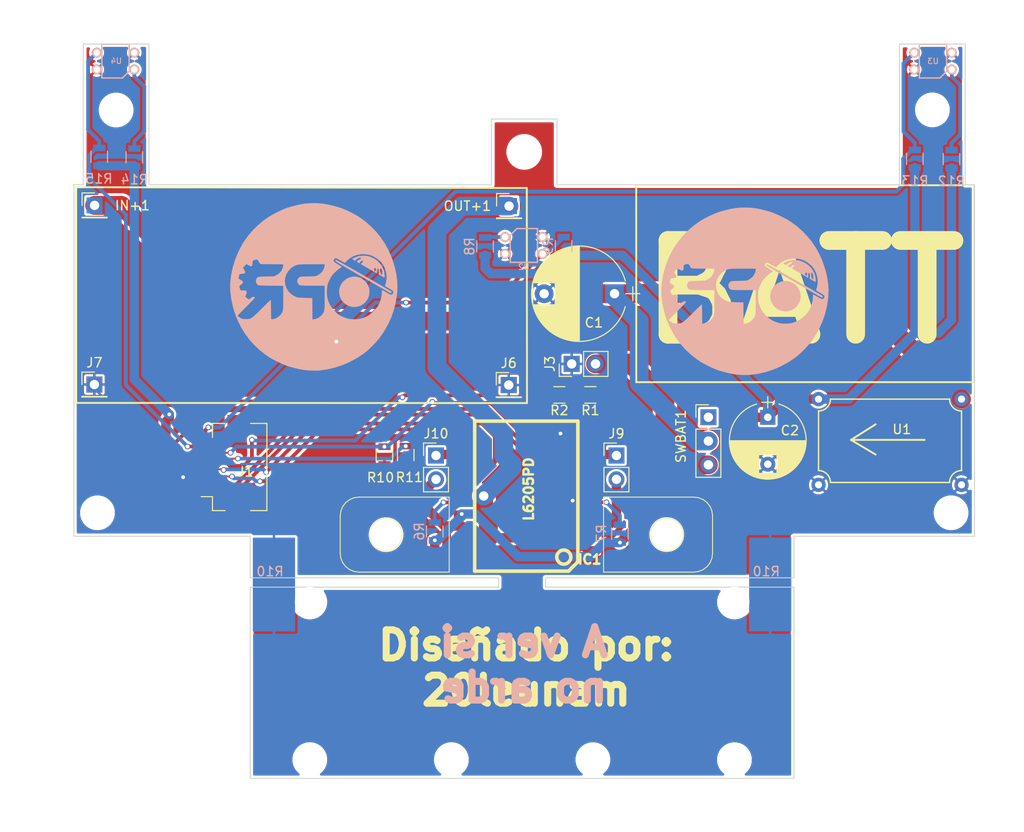
<source format=kicad_pcb>
(kicad_pcb (version 4) (host pcbnew 4.0.7)
  (layers (0 F.Cu signal) (31 B.Cu signal) (34 B.Paste user) (35 F.Paste user) (36 B.SilkS user) (37 F.SilkS user) (38 B.Mask user) (39 F.Mask user) (44 Edge.Cuts user))
  (net 0 "")
  (net 1 GND)
  (net 2 +5V)
  (net 3 /Scentr)
  (net 4 /Sizq)
  (net 5 /CurrentA)
  (net 6 /CurrentB)
  (net 7 /AnalogBat)
  (net 8 /Sder)
  (net 9 "Net-(C1-Pad1)")
  (net 10 "Net-(IC1-Pad19)")
  (net 11 "Net-(IC1-Pad3)")
  (net 12 "Net-(IC1-Pad5)")
  (net 13 "Net-(IC1-Pad9)")
  (net 14 "Net-(IC1-Pad12)")
  (net 15 "Net-(IC1-Pad16)")
  (net 16 "Net-(IC1-Pad18)")
  (net 17 "Net-(J3-Pad2)")
  (net 18 "Net-(R8-Pad1)")
  (net 19 "Net-(R12-Pad1)")
  (net 20 "Net-(R14-Pad1)")
  (net 21 "Net-(IC1-Pad4)")
  (net 22 /PWM1A)
  (net 23 /PWM2A)
  (net 24 /PWM1B)
  (net 25 /PWM2B)
  (net 26 "Net-(SWBAT1-Pad1)")
  (module Resistors_SMD:R_0805 (layer B.Cu) (at 176.34712 113.97488 270)
    (fp_text reference R10 (at -2.3368 0.41656 540) (layer B.SilkS) (effects (justify mirror)))
    (fp_text value R)
    (pad 1 smd rect (at -0.95 0 270) (size 10 4.5) (layers B.Cu B.Paste B.Mask) (net 1 GND))
  )
  (module Resistors_SMD:R_0805 (layer B.Cu) (at 123.45416 113.97996 270)
    (fp_text reference R10 (at -2.3368 0.41656 540) (layer B.SilkS) (effects (justify mirror)))
    (fp_text value R)
    (pad 1 smd rect (at -0.95 0 270) (size 10 4.5) (layers B.Cu B.Paste B.Mask) (net 1 GND))
  )
  (module Mounting_Holes:MountingHole_3.2mm_M3_ISO14580 (layer F.Cu) (at 195.62572 105.37952)
    (fp_text reference "" (at 0 -3.75) (layer F.SilkS))
    (fp_text value MountingHole_3.2mm_M3_ISO14580)
    (pad 1 np_thru_hole circle (at 0 0) (size 3.2 3.2) (drill 3.2) (layers *.Cu *.Mask))
  )
  (module Mounting_Holes:MountingHole_3.2mm_M3_ISO14580 (layer F.Cu) (at 104.64292 105.3846)
    (fp_text reference "" (at 0 -3.75) (layer F.SilkS))
    (fp_text value MountingHole_3.2mm_M3_ISO14580)
    (pad 1 np_thru_hole circle (at 0 0) (size 3.2 3.2) (drill 3.2) (layers *.Cu *.Mask))
  )
  (module "Librerias manu:opr_circulo_18x18" (layer B.Cu) (at 127.70104 81.26984 180)
    (fp_text reference G*** hide)
    (fp_text value LOGO hide)
  )
  (module Resistors_SMD:R_0805 (layer F.Cu) (at 135.2296 99.28352 90)
    (fp_text reference R10 (at -2.3368 -0.41656 180) (layer F.SilkS))
    (fp_text value R)
    (pad 1 smd rect (at -0.95 0 90) (size 0.7 1.3) (layers F.Cu F.Paste F.Mask) (net 1 GND))
    (pad 2 smd rect (at 0.95 0 90) (size 0.7 1.3) (layers F.Cu F.Paste F.Mask) (net 5 /CurrentA))
  )
  (module Mounting_Holes:MountingHole_3.2mm_M3_ISO14580 (layer F.Cu) (at 127.27432 131.70916)
    (fp_text reference "" (at 0 -3.75) (layer F.SilkS))
    (fp_text value MountingHole_3.2mm_M3_ISO14580)
    (pad 1 np_thru_hole circle (at 0 0) (size 3.2 3.2) (drill 3.2) (layers *.Cu *.Mask))
  )
  (module Mounting_Holes:MountingHole_3.2mm_M3_ISO14580 (layer F.Cu) (at 142.36192 131.70916)
    (fp_text reference "" (at 0 -3.75) (layer F.SilkS))
    (fp_text value MountingHole_3.2mm_M3_ISO14580)
    (pad 1 np_thru_hole circle (at 0 0) (size 3.2 3.2) (drill 3.2) (layers *.Cu *.Mask))
  )
  (module Mounting_Holes:MountingHole_3.2mm_M3_ISO14580 (layer F.Cu) (at 157.44952 131.71424)
    (fp_text reference "" (at 0 -3.75) (layer F.SilkS))
    (fp_text value MountingHole_3.2mm_M3_ISO14580)
    (pad 1 np_thru_hole circle (at 0 0) (size 3.2 3.2) (drill 3.2) (layers *.Cu *.Mask))
  )
  (module Mounting_Holes:MountingHole_3.2mm_M3_ISO14580 (layer F.Cu) (at 172.53712 131.71424)
    (fp_text reference "" (at 0 -3.75) (layer F.SilkS))
    (fp_text value MountingHole_3.2mm_M3_ISO14580)
    (pad 1 np_thru_hole circle (at 0 0) (size 3.2 3.2) (drill 3.2) (layers *.Cu *.Mask))
  )
  (module Mounting_Holes:MountingHole_3.2mm_M3_ISO14580 (layer F.Cu) (at 172.53712 114.89436)
    (fp_text reference "" (at 0 -3.75) (layer F.SilkS))
    (fp_text value MountingHole_3.2mm_M3_ISO14580)
    (pad 1 np_thru_hole circle (at 0 0) (size 3.2 3.2) (drill 3.2) (layers *.Cu *.Mask))
  )
  (module Mounting_Holes:MountingHole_3.2mm_M3_ISO14580 (layer F.Cu) (at 127.2794 114.89944)
    (fp_text reference "" (at 0 -3.75) (layer F.SilkS))
    (fp_text value MountingHole_3.2mm_M3_ISO14580)
    (pad 1 np_thru_hole circle (at 0 0) (size 3.2 3.2) (drill 3.2) (layers *.Cu *.Mask))
  )
  (module Mounting_Holes:MountingHole_3.2mm_M3_ISO14580 (layer F.Cu) (at 165.31844 107.70616)
    (fp_text reference "" (at 0 -3.75) (layer F.SilkS))
    (fp_text value MountingHole_3.2mm_M3_ISO14580)
    (pad 1 np_thru_hole circle (at 0 0) (size 3.2 3.2) (drill 3.2) (layers *.Cu *.Mask))
  )
  (module Mounting_Holes:MountingHole_3.2mm_M3_ISO14580 (layer F.Cu) (at 135.40232 107.71632)
    (fp_text reference "" (at 0 -3.75) (layer F.SilkS))
    (fp_text value MountingHole_3.2mm_M3_ISO14580)
    (pad 1 np_thru_hole circle (at 0 0) (size 3.2 3.2) (drill 3.2) (layers *.Cu *.Mask))
  )
  (module Mounting_Holes:MountingHole_3.2mm_M3_ISO14580 (layer F.Cu) (at 150.12924 66.89344)
    (fp_text reference "" (at 0 -3.75) (layer F.SilkS))
    (fp_text value MountingHole_3.2mm_M3_ISO14580)
    (pad 1 np_thru_hole circle (at 0 0) (size 3.2 3.2) (drill 3.2) (layers *.Cu *.Mask))
  )
  (module Mounting_Holes:MountingHole_3.2mm_M3_ISO14580 (layer F.Cu) (at 193.63436 62.41288)
    (fp_text reference "" (at 0 -3.75) (layer F.SilkS))
    (fp_text value MountingHole_3.2mm_M3_ISO14580)
    (pad 1 np_thru_hole circle (at 0 0) (size 3.2 3.2) (drill 3.2) (layers *.Cu *.Mask))
  )
  (module Capacitors_THT:CP_Radial_D10.0mm_P7.50mm (layer F.Cu) (at 159.75076 82.0166 180)
    (fp_text reference C1 (at 2.19456 -3.09372 180) (layer F.SilkS))
    (fp_text value CP1)
    (pad 1 thru_hole rect (at 0 0 180) (size 2 2) (drill 1) (layers *.Cu *.Mask) (net 9 "Net-(C1-Pad1)"))
    (pad 2 thru_hole circle (at 7.5 0 180) (size 2 2) (drill 1) (layers *.Cu *.Mask) (net 1 GND))
  )
  (module Capacitors_THT:CP_Radial_D8.0mm_P5.00mm (layer F.Cu) (at 176.08804 95.1992 270)
    (fp_text reference C2 (at 1.40716 -2.35712 360) (layer F.SilkS))
    (fp_text value CP1)
    (pad 1 thru_hole rect (at 0 0 270) (size 1.6 1.6) (drill 0.8) (layers *.Cu *.Mask) (net 2 +5V))
    (pad 2 thru_hole circle (at 5 0 270) (size 1.6 1.6) (drill 0.8) (layers *.Cu *.Mask) (net 1 GND))
  )
  (module footprints:POWERSO20 (layer F.Cu) (at 150.34768 103.6066 90)
    (fp_text reference IC1 (at -6.75 6.75 180) (layer F.SilkS) (effects (font (size 1.016 1.016) (thickness 0.254))))
    (fp_text value L6205PD (at 0.75184 0.25908 90) (layer F.SilkS) (effects (font (size 1.016 1.016) (thickness 0.254))))
    (pad 1 smd rect (at -5.715 6.88 90) (size 0.76 1.7) (layers F.Cu F.Paste F.Mask) (net 1 GND) (clearance 0.05))
    (pad 2 smd rect (at -4.445 6.88 90) (size 0.76 1.7) (layers F.Cu F.Paste F.Mask) (net 10 "Net-(IC1-Pad19)") (clearance 0.05))
    (pad 3 smd rect (at -3.175 6.88 90) (size 0.76 1.7) (layers F.Cu F.Paste F.Mask) (net 11 "Net-(IC1-Pad3)") (clearance 0.05))
    (pad 4 smd rect (at -1.905 6.88 90) (size 0.76 1.7) (layers F.Cu F.Paste F.Mask) (net 21 "Net-(IC1-Pad4)") (clearance 0.05))
    (pad 5 smd rect (at -0.635 6.88 90) (size 0.76 1.7) (layers F.Cu F.Paste F.Mask) (net 12 "Net-(IC1-Pad5)") (clearance 0.05))
    (pad 6 smd rect (at 0.635 6.88 90) (size 0.76 1.7) (layers F.Cu F.Paste F.Mask) (net 22 /PWM1A) (clearance 0.05))
    (pad 7 smd rect (at 1.905 6.88 90) (size 0.76 1.7) (layers F.Cu F.Paste F.Mask) (net 23 /PWM2A) (clearance 0.05))
    (pad 8 smd rect (at 3.175 6.88 90) (size 0.76 1.7) (layers F.Cu F.Paste F.Mask) (net 5 /CurrentA) (clearance 0.05))
    (pad 9 smd rect (at 4.445 6.88 90) (size 0.76 1.7) (layers F.Cu F.Paste F.Mask) (net 13 "Net-(IC1-Pad9)") (clearance 0.05))
    (pad 10 smd rect (at 5.715 6.88 90) (size 0.76 1.7) (layers F.Cu F.Paste F.Mask) (net 1 GND) (clearance 0.05))
    (pad 11 smd rect (at 5.715 -6.88 90) (size 0.76 1.7) (layers F.Cu F.Paste F.Mask) (net 1 GND) (clearance 0.05))
    (pad 12 smd rect (at 4.445 -6.88 90) (size 0.76 1.7) (layers F.Cu F.Paste F.Mask) (net 14 "Net-(IC1-Pad12)") (clearance 0.05))
    (pad 13 smd rect (at 3.175 -6.88 90) (size 0.76 1.7) (layers F.Cu F.Paste F.Mask) (net 6 /CurrentB) (clearance 0.05))
    (pad 14 smd rect (at 1.905 -6.88 90) (size 0.76 1.7) (layers F.Cu F.Paste F.Mask) (net 24 /PWM1B) (clearance 0.05))
    (pad 15 smd rect (at 0.635 -6.88 90) (size 0.76 1.7) (layers F.Cu F.Paste F.Mask) (net 25 /PWM2B) (clearance 0.05))
    (pad 16 smd rect (at -0.635 -6.88 90) (size 0.76 1.7) (layers F.Cu F.Paste F.Mask) (net 15 "Net-(IC1-Pad16)") (clearance 0.05))
    (pad 17 smd rect (at -1.905 -6.88 90) (size 0.76 1.7) (layers F.Cu F.Paste F.Mask) (net 2 +5V) (clearance 0.05))
    (pad 18 smd rect (at -3.175 -6.88 90) (size 0.76 1.7) (layers F.Cu F.Paste F.Mask) (net 16 "Net-(IC1-Pad18)") (clearance 0.05))
    (pad 19 smd rect (at -4.445 -6.88 90) (size 0.76 1.7) (layers F.Cu F.Paste F.Mask) (net 10 "Net-(IC1-Pad19)") (clearance 0.05))
    (pad 20 smd rect (at -5.715 -6.88 90) (size 0.76 1.7) (layers F.Cu F.Paste F.Mask) (net 1 GND) (clearance 0.05))
  )
  (module Pin_Headers:Pin_Header_Straight_1x02_Pitch2.54mm (layer F.Cu) (at 155.18892 89.50452 90)
    (fp_text reference J3 (at 0 -2.33 90) (layer F.SilkS))
    (fp_text value Conn_01x02_Male)
    (pad 1 thru_hole rect (at 0 0 90) (size 1.7 1.7) (drill 1) (layers *.Cu *.Mask) (net 1 GND))
    (pad 2 thru_hole oval (at 0 2.54 90) (size 1.7 1.7) (drill 1) (layers *.Cu *.Mask) (net 17 "Net-(J3-Pad2)"))
  )
  (module Socket_Strips:Socket_Strip_Straight_1x01_Pitch2.54mm (layer F.Cu) (at 104.33304 72.59828)
    (fp_text reference IN+1 (at 4.0386 0.01524) (layer F.SilkS))
    (fp_text value Conn_01x01)
    (pad 1 thru_hole rect (at 0 0) (size 1.7 1.7) (drill 1) (layers *.Cu *.Mask) (net 9 "Net-(C1-Pad1)"))
  )
  (module Socket_Strips:Socket_Strip_Straight_1x01_Pitch2.54mm (layer F.Cu) (at 148.47824 91.75496)
    (fp_text reference J6 (at 0 -2.33) (layer F.SilkS))
    (fp_text value Conn_01x01)
    (pad 1 thru_hole rect (at 0 0) (size 1.7 1.7) (drill 1) (layers *.Cu *.Mask) (net 1 GND))
  )
  (module Socket_Strips:Socket_Strip_Straight_1x01_Pitch2.54mm (layer F.Cu) (at 104.31272 91.70416)
    (fp_text reference J7 (at 0 -2.33) (layer F.SilkS))
    (fp_text value Conn_01x01)
    (pad 1 thru_hole rect (at 0 0) (size 1.7 1.7) (drill 1) (layers *.Cu *.Mask) (net 1 GND))
  )
  (module Socket_Strips:Socket_Strip_Straight_1x01_Pitch2.54mm (layer F.Cu) (at 148.5138 72.6694)
    (fp_text reference OUT+1 (at -4.43992 0) (layer F.SilkS))
    (fp_text value Conn_01x01)
    (pad 1 thru_hole rect (at 0 0) (size 1.7 1.7) (drill 1) (layers *.Cu *.Mask) (net 10 "Net-(IC1-Pad19)"))
  )
  (module Socket_Strips:Socket_Strip_Straight_1x02_Pitch2.54mm (layer F.Cu) (at 159.95904 99.27336)
    (fp_text reference J9 (at 0 -2.33) (layer F.SilkS))
    (fp_text value Conn_01x02_Female)
    (pad 1 thru_hole rect (at 0 0) (size 1.7 1.7) (drill 1) (layers *.Cu *.Mask) (net 13 "Net-(IC1-Pad9)"))
    (pad 2 thru_hole oval (at 0 2.54) (size 1.7 1.7) (drill 1) (layers *.Cu *.Mask) (net 11 "Net-(IC1-Pad3)"))
  )
  (module Socket_Strips:Socket_Strip_Straight_1x02_Pitch2.54mm (layer F.Cu) (at 140.72616 99.27336)
    (fp_text reference J10 (at 0 -2.33) (layer F.SilkS))
    (fp_text value Conn_01x02_Female)
    (pad 1 thru_hole rect (at 0 0) (size 1.7 1.7) (drill 1) (layers *.Cu *.Mask) (net 14 "Net-(IC1-Pad12)"))
    (pad 2 thru_hole oval (at 0 2.54) (size 1.7 1.7) (drill 1) (layers *.Cu *.Mask) (net 16 "Net-(IC1-Pad18)"))
  )
  (module Resistors_SMD:R_0805 (layer F.Cu) (at 157.18028 92.8116 180)
    (fp_text reference R1 (at 0 -1.65 180) (layer F.SilkS))
    (fp_text value R)
    (pad 1 smd rect (at -0.95 0 180) (size 0.7 1.3) (layers F.Cu F.Paste F.Mask) (net 1 GND))
    (pad 2 smd rect (at 0.95 0 180) (size 0.7 1.3) (layers F.Cu F.Paste F.Mask) (net 7 /AnalogBat))
  )
  (module Resistors_SMD:R_0805 (layer F.Cu) (at 153.8732 92.8116 180)
    (fp_text reference R2 (at 0 -1.65 180) (layer F.SilkS))
    (fp_text value R)
    (pad 1 smd rect (at -0.95 0 180) (size 0.7 1.3) (layers F.Cu F.Paste F.Mask) (net 7 /AnalogBat))
    (pad 2 smd rect (at 0.95 0 180) (size 0.7 1.3) (layers F.Cu F.Paste F.Mask) (net 9 "Net-(C1-Pad1)"))
  )
  (module Resistors_SMD:R_0805 (layer B.Cu) (at 140.59408 107.37088 270)
    (fp_text reference R6 (at 0 1.65 270) (layer B.SilkS) (effects (justify mirror)))
    (fp_text value R)
    (pad 1 smd rect (at -0.95 0 270) (size 0.7 1.3) (layers B.Cu B.Paste B.Mask) (net 15 "Net-(IC1-Pad16)"))
    (pad 2 smd rect (at 0.95 0 270) (size 0.7 1.3) (layers B.Cu B.Paste B.Mask) (net 2 +5V))
  )
  (module Resistors_SMD:R_0805 (layer B.Cu) (at 160.32988 107.60964 270)
    (fp_text reference R7 (at -0.0254 1.97104 270) (layer B.SilkS) (effects (justify mirror)))
    (fp_text value R)
    (pad 1 smd rect (at -0.95 0 270) (size 0.7 1.3) (layers B.Cu B.Paste B.Mask) (net 12 "Net-(IC1-Pad5)"))
    (pad 2 smd rect (at 0.95 0 270) (size 0.7 1.3) (layers B.Cu B.Paste B.Mask) (net 2 +5V))
  )
  (module Resistors_SMD:R_0805 (layer B.Cu) (at 145.95348 76.97724 270)
    (fp_text reference R8 (at 0 1.65 270) (layer B.SilkS) (effects (justify mirror)))
    (fp_text value R)
    (pad 1 smd rect (at -0.95 0 270) (size 0.7 1.3) (layers B.Cu B.Paste B.Mask) (net 18 "Net-(R8-Pad1)"))
    (pad 2 smd rect (at 0.95 0 270) (size 0.7 1.3) (layers B.Cu B.Paste B.Mask) (net 2 +5V))
  )
  (module Resistors_SMD:R_0805 (layer B.Cu) (at 154.3304 76.94168 270)
    (fp_text reference R9 (at 0 1.65 270) (layer B.SilkS) (effects (justify mirror)))
    (fp_text value R)
    (pad 1 smd rect (at -0.95 0 270) (size 0.7 1.3) (layers B.Cu B.Paste B.Mask) (net 8 /Sder))
    (pad 2 smd rect (at 0.95 0 270) (size 0.7 1.3) (layers B.Cu B.Paste B.Mask) (net 2 +5V))
  )
  (module Resistors_SMD:R_0805 (layer F.Cu) (at 137.50036 99.22256 90)
    (fp_text reference R11 (at -2.37744 0.38608 180) (layer F.SilkS))
    (fp_text value R)
    (pad 1 smd rect (at -0.95 0 90) (size 0.7 1.3) (layers F.Cu F.Paste F.Mask) (net 1 GND))
    (pad 2 smd rect (at 0.95 0 90) (size 0.7 1.3) (layers F.Cu F.Paste F.Mask) (net 6 /CurrentB))
  )
  (module Resistors_SMD:R_0805 (layer B.Cu) (at 195.67144 67.66052 270)
    (fp_text reference R12 (at 2.35712 0.01016 360) (layer B.SilkS) (effects (justify mirror)))
    (fp_text value R)
    (pad 1 smd rect (at -0.95 0 270) (size 0.7 1.3) (layers B.Cu B.Paste B.Mask) (net 19 "Net-(R12-Pad1)"))
    (pad 2 smd rect (at 0.95 0 270) (size 0.7 1.3) (layers B.Cu B.Paste B.Mask) (net 2 +5V))
  )
  (module Resistors_SMD:R_0805 (layer B.Cu) (at 191.75984 67.63008 270)
    (fp_text reference R13 (at 2.35708 -0.01524 360) (layer B.SilkS) (effects (justify mirror)))
    (fp_text value R)
    (pad 1 smd rect (at -0.95 0 270) (size 0.7 1.3) (layers B.Cu B.Paste B.Mask) (net 3 /Scentr))
    (pad 2 smd rect (at 0.95 0 270) (size 0.7 1.3) (layers B.Cu B.Paste B.Mask) (net 2 +5V))
  )
  (module Resistors_SMD:R_0805 (layer B.Cu) (at 108.56976 67.47764 270)
    (fp_text reference R14 (at 2.36728 -0.01524 360) (layer B.SilkS) (effects (justify mirror)))
    (fp_text value R)
    (pad 1 smd rect (at -0.95 0 270) (size 0.7 1.3) (layers B.Cu B.Paste B.Mask) (net 20 "Net-(R14-Pad1)"))
    (pad 2 smd rect (at 0.95 0 270) (size 0.7 1.3) (layers B.Cu B.Paste B.Mask) (net 2 +5V))
  )
  (module Resistors_SMD:R_0805 (layer B.Cu) (at 104.83088 67.41668 270)
    (fp_text reference R15 (at 2.34188 0.03048 540) (layer B.SilkS) (effects (justify mirror)))
    (fp_text value R)
    (pad 1 smd rect (at -0.95 0 270) (size 0.7 1.3) (layers B.Cu B.Paste B.Mask) (net 4 /Sizq))
    (pad 2 smd rect (at 0.95 0 270) (size 0.7 1.3) (layers B.Cu B.Paste B.Mask) (net 2 +5V))
  )
  (module Socket_Strips:Socket_Strip_Straight_1x03_Pitch2.54mm (layer F.Cu) (at 169.75836 95.18904)
    (fp_text reference SWBAT1 (at -2.92608 2.04216 90) (layer F.SilkS))
    (fp_text value SW_DPDT_x2)
    (pad 1 thru_hole rect (at 0 0) (size 1.7 1.7) (drill 1) (layers *.Cu *.Mask) (net 26 "Net-(SWBAT1-Pad1)"))
    (pad 2 thru_hole oval (at 0 2.54) (size 1.7 1.7) (drill 1) (layers *.Cu *.Mask) (net 9 "Net-(C1-Pad1)"))
    (pad 3 thru_hole oval (at 0 5.08) (size 1.7 1.7) (drill 1) (layers *.Cu *.Mask) (net 17 "Net-(J3-Pad2)"))
  )
  (module "Librerias manu:Step_down_chino" (layer F.Cu) (at 196.73824 93.25864 180)
    (fp_text reference U1 (at 6.36016 -3.22072 180) (layer F.SilkS))
    (fp_text value Step_down_chino)
    (pad 1 thru_hole circle (at 0 0 180) (size 1.524 1.524) (drill 0.762) (layers *.Cu *.Mask) (net 9 "Net-(C1-Pad1)"))
    (pad 2 thru_hole circle (at 0 -9.144 180) (size 1.524 1.524) (drill 0.762) (layers *.Cu *.Mask) (net 1 GND))
    (pad 3 thru_hole circle (at 15.24 0 180) (size 1.524 1.524) (drill 0.762) (layers *.Cu *.Mask) (net 2 +5V))
    (pad 4 thru_hole circle (at 15.24 -9.14 180) (size 1.524 1.524) (drill 0.762) (layers *.Cu *.Mask) (net 1 GND))
  )
  (module mods:QRE1113 (layer B.Cu) (at 150.0886 76.87056)
    (fp_text reference U2 (at 0 2.286) (layer B.SilkS) (effects (font (size 0.6 0.6) (thickness 0.1)) (justify mirror)))
    (fp_text value QRE1113)
    (pad 1 thru_hole circle (at -2 -0.9) (size 1.055599 1.055599) (drill 0.7) (layers *.Cu *.Mask B.SilkS) (net 18 "Net-(R8-Pad1)"))
    (pad 2 thru_hole circle (at 2 -0.9) (size 1.055599 1.055599) (drill 0.7) (layers *.Cu *.Mask B.SilkS) (net 1 GND))
    (pad 3 thru_hole circle (at 2 0.9) (size 1.055599 1.055599) (drill 0.7) (layers *.Cu *.Mask B.SilkS) (net 8 /Sder))
    (pad 4 thru_hole circle (at -2 0.9) (size 1.055599 1.055599) (drill 0.7) (layers *.Cu *.Mask B.SilkS) (net 1 GND))
  )
  (module mods:QRE1113 (layer B.Cu) (at 193.69532 57.21096 180)
    (fp_text reference U3 (at -0.01016 -0.00508 180) (layer B.SilkS) (effects (font (size 0.6 0.6) (thickness 0.1)) (justify mirror)))
    (fp_text value QRE1113)
    (pad 1 thru_hole circle (at -2 -0.9 180) (size 1.055599 1.055599) (drill 0.7) (layers *.Cu *.Mask B.SilkS) (net 19 "Net-(R12-Pad1)"))
    (pad 2 thru_hole circle (at 2 -0.9 180) (size 1.055599 1.055599) (drill 0.7) (layers *.Cu *.Mask B.SilkS) (net 1 GND))
    (pad 3 thru_hole circle (at 2 0.9 180) (size 1.055599 1.055599) (drill 0.7) (layers *.Cu *.Mask B.SilkS) (net 3 /Scentr))
    (pad 4 thru_hole circle (at -2 0.9 180) (size 1.055599 1.055599) (drill 0.7) (layers *.Cu *.Mask B.SilkS) (net 1 GND))
  )
  (module mods:QRE1113 (layer B.Cu) (at 106.56824 57.21096 180)
    (fp_text reference U4 (at -0.0762 0.01524 180) (layer B.SilkS) (effects (font (size 0.6 0.6) (thickness 0.1)) (justify mirror)))
    (fp_text value QRE1113)
    (pad 1 thru_hole circle (at -2 -0.9 180) (size 1.055599 1.055599) (drill 0.7) (layers *.Cu *.Mask B.SilkS) (net 20 "Net-(R14-Pad1)"))
    (pad 2 thru_hole circle (at 2 -0.9 180) (size 1.055599 1.055599) (drill 0.7) (layers *.Cu *.Mask B.SilkS) (net 1 GND))
    (pad 3 thru_hole circle (at 2 0.9 180) (size 1.055599 1.055599) (drill 0.7) (layers *.Cu *.Mask B.SilkS) (net 4 /Sizq))
    (pad 4 thru_hole circle (at -2 0.9 180) (size 1.055599 1.055599) (drill 0.7) (layers *.Cu *.Mask B.SilkS) (net 1 GND))
  )
  (module Connector_FFC-FPC:Hirose_FH12-12S-0.5SH_1x12-1MP_P0.50mm_Horizontal (layer F.Cu) (at 118.19936 100.50092 90)
    (fp_text reference J1 (at -0.5098 2.21188 360) (layer F.SilkS))
    (fp_text value Conn_01x12)
    (pad MP smd rect (at 4.65 1.4 90) (size 1.8 2.2) (layers F.Cu F.Paste F.Mask))
    (pad MP smd rect (at -4.65 1.4 90) (size 1.8 2.2) (layers F.Cu F.Paste F.Mask))
    (pad 1 smd rect (at -2.75 -1.85 90) (size 0.3 1.3) (layers F.Cu F.Paste F.Mask) (net 2 +5V))
    (pad 2 smd rect (at -2.25 -1.85 90) (size 0.3 1.3) (layers F.Cu F.Paste F.Mask) (net 1 GND))
    (pad 3 smd rect (at -1.75 -1.85 90) (size 0.3 1.3) (layers F.Cu F.Paste F.Mask) (net 22 /PWM1A))
    (pad 4 smd rect (at -1.25 -1.85 90) (size 0.3 1.3) (layers F.Cu F.Paste F.Mask) (net 23 /PWM2A))
    (pad 5 smd rect (at -0.75 -1.85 90) (size 0.3 1.3) (layers F.Cu F.Paste F.Mask) (net 24 /PWM1B))
    (pad 6 smd rect (at -0.25 -1.85 90) (size 0.3 1.3) (layers F.Cu F.Paste F.Mask) (net 25 /PWM2B))
    (pad 7 smd rect (at 0.25 -1.85 90) (size 0.3 1.3) (layers F.Cu F.Paste F.Mask) (net 7 /AnalogBat))
    (pad 8 smd rect (at 0.75 -1.85 90) (size 0.3 1.3) (layers F.Cu F.Paste F.Mask) (net 6 /CurrentB))
    (pad 9 smd rect (at 1.25 -1.85 90) (size 0.3 1.3) (layers F.Cu F.Paste F.Mask) (net 5 /CurrentA))
    (pad 10 smd rect (at 1.75 -1.85 90) (size 0.3 1.3) (layers F.Cu F.Paste F.Mask) (net 8 /Sder))
    (pad 11 smd rect (at 2.25 -1.85 90) (size 0.3 1.3) (layers F.Cu F.Paste F.Mask) (net 4 /Sizq))
    (pad 12 smd rect (at 2.75 -1.85 90) (size 0.3 1.3) (layers F.Cu F.Paste F.Mask) (net 3 /Scentr))
  )
  (module Mounting_Holes:MountingHole_3.2mm_M3_ISO14580 (layer F.Cu) (at 106.63428 62.42812)
    (fp_text reference "" (at 0 -3.75) (layer F.SilkS))
    (fp_text value MountingHole_3.2mm_M3_ISO14580)
    (pad 1 np_thru_hole circle (at 0 0) (size 3.2 3.2) (drill 3.2) (layers *.Cu *.Mask))
  )
  (module "Librerias manu:opr_circulo_18x18" (layer B.Cu) (at 173.64964 81.7372 180)
    (fp_text reference G*** hide)
    (fp_text value LOGO hide)
  )
  (gr_text "Diseñado por:\n20leunam" (at 150.34768 121.93016) (layer F.SilkS) (effects (font (size 3 3) (thickness 0.75))))
  (gr_text "A ver si\nno arde" (at 150.07336 121.59488) (layer B.SilkS) (effects (font (size 3 3) (thickness 0.75)) (justify mirror)))
  (gr_line (start 187.58408 99.17176) (end 184.95264 97.60712) (layer F.SilkS) (width 0.2))
  (gr_line (start 184.95264 97.60712) (end 187.58408 95.94596) (layer F.SilkS) (width 0.2))
  (gr_line (start 192.80632 97.60712) (end 184.95264 97.60712) (layer F.SilkS) (width 0.2))
  (gr_line (start 130.784926 104.708512) (end 130.585125 105.190874) (layer F.SilkS) (width 0.1))
  (gr_line (start 131.516977 111.440563) (end 131.999339 111.640364) (layer F.SilkS) (width 0.1))
  (gr_line (start 166.980719 107.11354) (end 166.770243 106.708074) (layer F.SilkS) (width 0.1))
  (gr_line (start 135.535798 105.966663) (end 135.981923 106.065025) (layer F.SilkS) (width 0.1))
  (gr_line (start 164.594162 109.295348) (end 165.029699 109.433226) (layer F.SilkS) (width 0.1))
  (gr_line (start 133.740145 107.11354) (end 133.950621 106.708074) (layer F.SilkS) (width 0.1))
  (gr_line (start 133.800114 108.451583) (end 133.662237 108.016046) (layer F.SilkS) (width 0.1))
  (gr_line (start 133.662237 108.016046) (end 133.641782 107.559664) (layer F.SilkS) (width 0.1))
  (gr_line (start 130.516977 109.708512) (end 130.585125 110.22615) (layer F.SilkS) (width 0.1))
  (gr_line (start 131.102763 111.122726) (end 131.516977 111.440563) (layer F.SilkS) (width 0.1))
  (gr_line (start 142.135432 111.708512) (end 142.135432 103.708512) (layer F.SilkS) (width 0.1))
  (gr_line (start 164.738941 106.065025) (end 164.333476 106.275502) (layer F.SilkS) (width 0.1))
  (gr_line (start 164.209151 109.049443) (end 164.594162 109.295348) (layer F.SilkS) (width 0.1))
  (gr_line (start 130.585125 105.190874) (end 130.516977 105.708512) (layer F.SilkS) (width 0.1))
  (gr_line (start 135.234784 109.45368) (end 135.691165 109.433226) (layer F.SilkS) (width 0.1))
  (gr_line (start 165.029699 109.433226) (end 165.48608 109.45368) (layer F.SilkS) (width 0.1))
  (gr_line (start 137.030437 108.306803) (end 136.81996 108.712269) (layer F.SilkS) (width 0.1))
  (gr_line (start 135.981923 106.065025) (end 136.387388 106.275502) (layer F.SilkS) (width 0.1))
  (gr_line (start 169.618101 111.122726) (end 169.203887 111.440563) (layer F.SilkS) (width 0.1))
  (gr_line (start 131.102763 104.294298) (end 130.784926 104.708512) (layer F.SilkS) (width 0.1))
  (gr_line (start 164.333476 106.275502) (end 163.996302 106.583749) (layer F.SilkS) (width 0.1))
  (gr_line (start 136.511713 109.049443) (end 136.126702 109.295348) (layer F.SilkS) (width 0.1))
  (gr_line (start 169.935938 104.708512) (end 170.135739 105.190874) (layer F.SilkS) (width 0.1))
  (gr_line (start 168.721525 103.77666) (end 169.203887 103.976461) (layer F.SilkS) (width 0.1))
  (gr_line (start 168.721525 111.640364) (end 168.203887 111.708512) (layer F.SilkS) (width 0.1))
  (gr_line (start 166.92075 108.451583) (end 167.058627 108.016046) (layer F.SilkS) (width 0.1))
  (gr_line (start 163.592065 107.860678) (end 163.690427 108.306803) (layer F.SilkS) (width 0.1))
  (gr_line (start 167.079082 107.559664) (end 166.980719 107.11354) (layer F.SilkS) (width 0.1))
  (gr_line (start 133.950621 106.708074) (end 134.258868 106.3709) (layer F.SilkS) (width 0.1))
  (gr_line (start 133.641782 107.559664) (end 133.740145 107.11354) (layer F.SilkS) (width 0.1))
  (gr_line (start 158.585432 111.708512) (end 158.585432 103.708512) (layer F.SilkS) (width 0.1))
  (gr_line (start 142.135432 103.708512) (end 132.516977 103.708512) (layer F.SilkS) (width 0.1))
  (gr_line (start 130.784926 110.708512) (end 131.102763 111.122726) (layer F.SilkS) (width 0.1))
  (gr_line (start 165.185066 105.966663) (end 164.738941 106.065025) (layer F.SilkS) (width 0.1))
  (gr_line (start 169.618101 104.294298) (end 169.935938 104.708512) (layer F.SilkS) (width 0.1))
  (gr_line (start 163.612519 107.404297) (end 163.592065 107.860678) (layer F.SilkS) (width 0.1))
  (gr_line (start 135.079416 105.987117) (end 135.535798 105.966663) (layer F.SilkS) (width 0.1))
  (gr_line (start 166.770243 106.708074) (end 166.461996 106.3709) (layer F.SilkS) (width 0.1))
  (gr_line (start 132.516977 103.708512) (end 131.999339 103.77666) (layer F.SilkS) (width 0.1))
  (gr_line (start 165.932205 109.355317) (end 166.33767 109.144841) (layer F.SilkS) (width 0.1))
  (gr_line (start 135.234784 109.45368) (end 134.788659 109.355317) (layer F.SilkS) (width 0.1))
  (gr_line (start 165.641448 105.987117) (end 165.185066 105.966663) (layer F.SilkS) (width 0.1))
  (gr_line (start 169.203887 103.976461) (end 169.618101 104.294298) (layer F.SilkS) (width 0.1))
  (gr_line (start 158.585432 103.708512) (end 168.203887 103.708512) (layer F.SilkS) (width 0.1))
  (gr_line (start 130.516977 109.708512) (end 130.516977 105.708512) (layer F.SilkS) (width 0.1))
  (gr_line (start 168.203887 103.708512) (end 168.721525 103.77666) (layer F.SilkS) (width 0.1))
  (gr_line (start 166.076985 106.124995) (end 165.641448 105.987117) (layer F.SilkS) (width 0.1))
  (gr_line (start 131.999339 103.77666) (end 131.516977 103.976461) (layer F.SilkS) (width 0.1))
  (gr_line (start 166.461996 106.3709) (end 166.076985 106.124995) (layer F.SilkS) (width 0.1))
  (gr_line (start 137.108345 107.404297) (end 137.128799 107.860678) (layer F.SilkS) (width 0.1))
  (gr_line (start 170.203887 109.708512) (end 170.135739 110.22615) (layer F.SilkS) (width 0.1))
  (gr_line (start 134.788659 109.355317) (end 134.383194 109.144841) (layer F.SilkS) (width 0.1))
  (gr_line (start 169.935938 110.708512) (end 169.618101 111.122726) (layer F.SilkS) (width 0.1))
  (gr_line (start 167.058627 108.016046) (end 167.079082 107.559664) (layer F.SilkS) (width 0.1))
  (gr_line (start 142.135432 111.708512) (end 132.516977 111.708512) (layer F.SilkS) (width 0.1))
  (gr_line (start 137.128799 107.860678) (end 137.030437 108.306803) (layer F.SilkS) (width 0.1))
  (gr_line (start 136.387388 106.275502) (end 136.724562 106.583749) (layer F.SilkS) (width 0.1))
  (gr_line (start 166.33767 109.144841) (end 166.674845 108.836594) (layer F.SilkS) (width 0.1))
  (gr_line (start 136.724562 106.583749) (end 136.970467 106.96876) (layer F.SilkS) (width 0.1))
  (gr_line (start 131.999339 111.640364) (end 132.516977 111.708512) (layer F.SilkS) (width 0.1))
  (gr_line (start 163.690427 108.306803) (end 163.900904 108.712269) (layer F.SilkS) (width 0.1))
  (gr_line (start 163.900904 108.712269) (end 164.209151 109.049443) (layer F.SilkS) (width 0.1))
  (gr_line (start 169.203887 111.440563) (end 168.721525 111.640364) (layer F.SilkS) (width 0.1))
  (gr_line (start 170.135739 110.22615) (end 169.935938 110.708512) (layer F.SilkS) (width 0.1))
  (gr_line (start 134.258868 106.3709) (end 134.643879 106.124995) (layer F.SilkS) (width 0.1))
  (gr_line (start 158.585432 111.708512) (end 168.203887 111.708512) (layer F.SilkS) (width 0.1))
  (gr_line (start 136.126702 109.295348) (end 135.691165 109.433226) (layer F.SilkS) (width 0.1))
  (gr_line (start 170.203887 109.708512) (end 170.203887 105.708512) (layer F.SilkS) (width 0.1))
  (gr_line (start 134.046019 108.836594) (end 133.800114 108.451583) (layer F.SilkS) (width 0.1))
  (gr_line (start 130.585125 110.22615) (end 130.784926 110.708512) (layer F.SilkS) (width 0.1))
  (gr_line (start 136.81996 108.712269) (end 136.511713 109.049443) (layer F.SilkS) (width 0.1))
  (gr_line (start 163.750397 106.96876) (end 163.612519 107.404297) (layer F.SilkS) (width 0.1))
  (gr_line (start 131.516977 103.976461) (end 131.102763 104.294298) (layer F.SilkS) (width 0.1))
  (gr_line (start 163.996302 106.583749) (end 163.750397 106.96876) (layer F.SilkS) (width 0.1))
  (gr_line (start 134.383194 109.144841) (end 134.046019 108.836594) (layer F.SilkS) (width 0.1))
  (gr_line (start 134.643879 106.124995) (end 135.079416 105.987117) (layer F.SilkS) (width 0.1))
  (gr_line (start 170.135739 105.190874) (end 170.203887 105.708512) (layer F.SilkS) (width 0.1))
  (gr_line (start 136.970467 106.96876) (end 137.108345 107.404297) (layer F.SilkS) (width 0.1))
  (gr_line (start 166.674845 108.836594) (end 166.92075 108.451583) (layer F.SilkS) (width 0.1))
  (gr_line (start 165.48608 109.45368) (end 165.932205 109.355317) (layer F.SilkS) (width 0.1))
  (gr_text BATT (at 179.97932 81.81848) (layer F.SilkS) (effects (font (size 10 10) (thickness 2))))
  (gr_line (start 162.07232 91.45016) (end 162.06724 70.44944) (layer F.SilkS) (width 0.2))
  (gr_line (start 198.07428 91.45016) (end 162.07232 91.45016) (layer F.SilkS) (width 0.2))
  (gr_line (start 198.07428 70.44944) (end 198.07428 91.45016) (layer F.SilkS) (width 0.2))
  (gr_line (start 162.06724 70.44944) (end 198.07428 70.44944) (layer F.SilkS) (width 0.2))
  (gr_line (start 153.628596 70.391279) (end 190.128596 70.391279) (layer Edge.Cuts) (width 0.1))
  (gr_line (start 190.128596 70.391279) (end 190.128596 55.391279) (layer Edge.Cuts) (width 0.1))
  (gr_line (start 102.128596 70.391279) (end 103.128596 70.391279) (layer Edge.Cuts) (width 0.1))
  (gr_line (start 152.40508 113.31448) (end 152.405153 112.315589) (layer Edge.Cuts) (width 0.1))
  (gr_line (start 110.128596 55.391279) (end 110.128596 70.391279) (layer Edge.Cuts) (width 0.1))
  (gr_line (start 146.628596 63.391279) (end 153.628596 63.391279) (layer Edge.Cuts) (width 0.1))
  (gr_line (start 152.405153 113.311829) (end 178.881649 113.311829) (layer Edge.Cuts) (width 0.1))
  (gr_line (start 102.128596 107.891279) (end 120.928657 107.891279) (layer Edge.Cuts) (width 0.1))
  (gr_line (start 198.128596 107.891279) (end 178.881649 107.891279) (layer Edge.Cuts) (width 0.1))
  (gr_line (start 190.128596 55.391279) (end 197.128596 55.391279) (layer Edge.Cuts) (width 0.1))
  (gr_line (start 120.928657 112.315589) (end 120.928657 107.891279) (layer Edge.Cuts) (width 0.1))
  (gr_line (start 197.128596 55.391279) (end 197.128596 70.391279) (layer Edge.Cuts) (width 0.1))
  (gr_line (start 120.928657 113.311829) (end 147.405153 113.311829) (layer Edge.Cuts) (width 0.1))
  (gr_line (start 120.928657 133.711829) (end 120.928657 113.311829) (layer Edge.Cuts) (width 0.1))
  (gr_line (start 147.405153 112.315589) (end 120.928657 112.315589) (layer Edge.Cuts) (width 0.1))
  (gr_line (start 102.128596 107.891279) (end 102.128596 70.391279) (layer Edge.Cuts) (width 0.1))
  (gr_line (start 103.128596 70.391279) (end 103.128596 55.391279) (layer Edge.Cuts) (width 0.1))
  (gr_line (start 197.128596 70.391279) (end 198.128596 70.391279) (layer Edge.Cuts) (width 0.1))
  (gr_line (start 147.40128 113.3094) (end 147.405153 112.315589) (layer Edge.Cuts) (width 0.1))
  (gr_line (start 146.628596 70.391279) (end 146.628596 63.391279) (layer Edge.Cuts) (width 0.1))
  (gr_line (start 120.928657 133.711829) (end 178.881649 133.711829) (layer Edge.Cuts) (width 0.1))
  (gr_line (start 153.628596 70.391279) (end 153.628596 63.391279) (layer Edge.Cuts) (width 0.1))
  (gr_line (start 178.881649 107.891279) (end 178.881649 112.315589) (layer Edge.Cuts) (width 0.1))
  (gr_line (start 110.128596 70.391279) (end 146.628596 70.391279) (layer Edge.Cuts) (width 0.1))
  (gr_line (start 198.128596 70.391279) (end 198.128596 107.891279) (layer Edge.Cuts) (width 0.1))
  (gr_line (start 178.881649 133.711829) (end 178.881649 113.311829) (layer Edge.Cuts) (width 0.1))
  (gr_line (start 103.128596 55.391279) (end 110.128596 55.391279) (layer Edge.Cuts) (width 0.1))
  (gr_line (start 178.881649 112.315589) (end 152.405153 112.315589) (layer Edge.Cuts) (width 0.1))
  (gr_line (start 150.40356 70.74408) (end 102.37724 70.65772) (layer F.SilkS) (width 0.2))
  (gr_line (start 150.42388 93.68028) (end 150.40356 70.74408) (layer F.SilkS) (width 0.2))
  (gr_line (start 102.37724 93.66504) (end 150.42388 93.68028) (layer F.SilkS) (width 0.2))
  (gr_line (start 102.37724 70.65772) (end 102.37724 93.66504) (layer F.SilkS) (width 0.2))
  (segment (start 113.77168 101.58984) (end 104.31272 92.13088) (width 0.25) (layer B.Cu) (net 1))
  (segment (start 104.31272 92.13088) (end 104.31272 91.70416) (width 0.25) (layer B.Cu) (net 1))
  (segment (start 116.34936 102.75092) (end 114.93276 102.75092) (width 0.25) (layer F.Cu) (net 1))
  (segment (start 114.93276 102.75092) (end 113.77168 101.58984) (width 0.25) (layer F.Cu) (net 1))
  (via (at 113.77168 101.58984) (size 0.6) (drill 0.4) (layers F.Cu B.Cu) (net 1))
  (segment (start 116.34936 102.75092) (end 117.212884 102.75092) (width 0.25) (layer F.Cu) (net 1))
  (segment (start 117.212884 102.75092) (end 117.888022 103.426058) (width 0.25) (layer F.Cu) (net 1))
  (segment (start 117.888022 103.426058) (end 118.031058 103.426058) (width 0.25) (layer F.Cu) (net 1))
  (segment (start 148.47824 91.75496) (end 154.03848 91.75496) (width 0.25) (layer B.Cu) (net 1))
  (segment (start 154.03848 91.75496) (end 155.18892 90.60452) (width 0.25) (layer B.Cu) (net 1))
  (segment (start 155.18892 90.60452) (end 155.18892 89.50452) (width 0.25) (layer B.Cu) (net 1))
  (segment (start 154.754496 103.97236) (end 154.46248 103.97236) (width 0.25) (layer F.Cu) (net 1))
  (segment (start 155.29052 104.08412) (end 154.866256 104.08412) (width 0.25) (layer F.Cu) (net 1))
  (segment (start 154.866256 104.08412) (end 154.754496 103.97236) (width 0.25) (layer F.Cu) (net 1))
  (segment (start 153.99512 96.93148) (end 155.29052 98.22688) (width 0.25) (layer B.Cu) (net 1))
  (segment (start 155.29052 98.22688) (end 155.29052 104.08412) (width 0.25) (layer B.Cu) (net 1))
  (via (at 155.29052 104.08412) (size 0.6) (drill 0.4) (layers F.Cu B.Cu) (net 1))
  (segment (start 157.22768 97.8916) (end 154.95524 97.8916) (width 0.25) (layer F.Cu) (net 1))
  (segment (start 154.95524 97.8916) (end 153.99512 96.93148) (width 0.25) (layer F.Cu) (net 1))
  (via (at 153.99512 96.93148) (size 0.6) (drill 0.4) (layers F.Cu B.Cu) (net 1))
  (segment (start 156.17768 109.9016) (end 156.75768 109.3216) (width 0.2) (layer F.Cu) (net 1))
  (segment (start 143.93768 109.3216) (end 144.51768 109.9016) (width 0.2) (layer F.Cu) (net 1))
  (segment (start 143.46768 109.3216) (end 143.93768 109.3216) (width 0.2) (layer F.Cu) (net 1))
  (segment (start 144.51768 109.9016) (end 156.17768 109.9016) (width 0.2) (layer F.Cu) (net 1))
  (segment (start 156.75768 109.3216) (end 157.22768 109.3216) (width 0.2) (layer F.Cu) (net 1))
  (segment (start 139.02944 102.25164) (end 139.02944 105.35336) (width 0.2) (layer F.Cu) (net 1))
  (segment (start 139.02944 105.35336) (end 142.99768 109.3216) (width 0.2) (layer F.Cu) (net 1))
  (segment (start 142.99768 109.3216) (end 143.46768 109.3216) (width 0.2) (layer F.Cu) (net 1))
  (segment (start 137.50036 100.17256) (end 137.50036 100.72256) (width 0.2) (layer F.Cu) (net 1))
  (segment (start 137.50036 100.72256) (end 139.02944 102.25164) (width 0.2) (layer F.Cu) (net 1))
  (segment (start 138.8364 98.7298) (end 139.6746 97.8916) (width 0.2) (layer F.Cu) (net 1))
  (segment (start 139.6746 97.8916) (end 143.46768 97.8916) (width 0.2) (layer F.Cu) (net 1))
  (segment (start 138.8364 99.68652) (end 138.8364 98.7298) (width 0.2) (layer F.Cu) (net 1))
  (segment (start 137.50036 100.17256) (end 138.35036 100.17256) (width 0.2) (layer F.Cu) (net 1))
  (segment (start 138.35036 100.17256) (end 138.8364 99.68652) (width 0.2) (layer F.Cu) (net 1))
  (segment (start 135.2296 100.23352) (end 137.4394 100.23352) (width 0.2) (layer F.Cu) (net 1))
  (segment (start 137.4394 100.23352) (end 137.50036 100.17256) (width 0.2) (layer F.Cu) (net 1))
  (segment (start 148.0886 77.77056) (end 149.8886 75.97056) (width 0.4) (layer B.Cu) (net 1))
  (segment (start 149.8886 75.97056) (end 152.0886 75.97056) (width 0.4) (layer B.Cu) (net 1))
  (segment (start 111.9378 102.63632) (end 112.902401 103.600921) (width 1) (layer F.Cu) (net 2))
  (segment (start 112.902401 103.600921) (end 116.34936 103.600921) (width 1) (layer F.Cu) (net 2))
  (segment (start 111.9378 95.669184) (end 111.9378 102.63632) (width 1) (layer F.Cu) (net 2))
  (segment (start 112.29848 94.88424) (end 112.29848 95.308504) (width 1) (layer F.Cu) (net 2))
  (segment (start 112.29848 95.308504) (end 111.9378 95.669184) (width 1) (layer F.Cu) (net 2))
  (segment (start 108.56976 91.15552) (end 112.29848 94.88424) (width 1) (layer B.Cu) (net 2))
  (via (at 112.29848 94.88424) (size 0.6) (drill 0.4) (layers F.Cu B.Cu) (net 2))
  (segment (start 108.56976 68.42764) (end 108.56976 91.15552) (width 1) (layer B.Cu) (net 2))
  (segment (start 146.54908 79.87284) (end 152.04924 79.87284) (width 1) (layer B.Cu) (net 2))
  (segment (start 152.04924 79.87284) (end 154.0304 77.89168) (width 1) (layer B.Cu) (net 2))
  (segment (start 154.0304 77.89168) (end 154.3304 77.89168) (width 1) (layer B.Cu) (net 2))
  (segment (start 145.95348 77.92724) (end 145.95348 79.27724) (width 1) (layer B.Cu) (net 2))
  (segment (start 145.95348 79.27724) (end 146.54908 79.87284) (width 1) (layer B.Cu) (net 2))
  (segment (start 156.01592 77.9272) (end 160.61604 77.9272) (width 1) (layer B.Cu) (net 2))
  (segment (start 160.61604 77.9272) (end 176.08804 93.3992) (width 1) (layer B.Cu) (net 2))
  (segment (start 176.08804 93.3992) (end 176.08804 95.1992) (width 1) (layer B.Cu) (net 2))
  (segment (start 154.3304 77.89168) (end 155.9804 77.89168) (width 1) (layer B.Cu) (net 2))
  (segment (start 155.9804 77.89168) (end 156.01592 77.9272) (width 1) (layer B.Cu) (net 2))
  (segment (start 104.83088 68.36668) (end 108.5088 68.36668) (width 1) (layer B.Cu) (net 2))
  (segment (start 108.5088 68.36668) (end 108.56976 68.42764) (width 1) (layer B.Cu) (net 2))
  (segment (start 161.71672 105.31856) (end 161.71672 107.1728) (width 1) (layer F.Cu) (net 2))
  (segment (start 161.71672 107.1728) (end 160.32988 108.55964) (width 1) (layer F.Cu) (net 2))
  (via (at 160.32988 108.55964) (size 0.6) (drill 0.4) (layers F.Cu B.Cu) (net 2))
  (segment (start 163.20516 103.83012) (end 161.71672 105.31856) (width 1) (layer F.Cu) (net 2))
  (segment (start 169.92092 103.83012) (end 163.20516 103.83012) (width 1) (layer F.Cu) (net 2))
  (segment (start 172.53712 101.21392) (end 169.92092 103.83012) (width 1) (layer F.Cu) (net 2))
  (segment (start 172.53712 96.95012) (end 172.53712 101.21392) (width 1) (layer F.Cu) (net 2))
  (segment (start 176.08804 95.1992) (end 174.28804 95.1992) (width 1) (layer F.Cu) (net 2))
  (segment (start 174.28804 95.1992) (end 172.53712 96.95012) (width 1) (layer F.Cu) (net 2))
  (segment (start 118.08968 106.96956) (end 116.34936 105.22924) (width 1) (layer F.Cu) (net 2))
  (segment (start 116.34936 105.22924) (end 116.34936 103.600921) (width 1) (layer F.Cu) (net 2))
  (segment (start 127.05588 106.96956) (end 118.08968 106.96956) (width 1) (layer F.Cu) (net 2))
  (segment (start 128.2954 108.20908) (end 127.05588 106.96956) (width 1) (layer F.Cu) (net 2))
  (segment (start 128.2954 109.38256) (end 128.2954 108.20908) (width 1) (layer F.Cu) (net 2))
  (segment (start 130.31216 111.39932) (end 128.2954 109.38256) (width 1) (layer F.Cu) (net 2))
  (segment (start 138.86564 111.39932) (end 130.31216 111.39932) (width 1) (layer F.Cu) (net 2))
  (segment (start 140.59408 108.32088) (end 140.59408 109.67088) (width 1) (layer F.Cu) (net 2))
  (segment (start 140.59408 109.67088) (end 138.86564 111.39932) (width 1) (layer F.Cu) (net 2))
  (via (at 140.59408 108.32088) (size 0.6) (drill 0.4) (layers F.Cu B.Cu) (net 2))
  (segment (start 143.46768 105.5116) (end 144.92224 105.5116) (width 1) (layer B.Cu) (net 2))
  (segment (start 144.92224 105.5116) (end 149.46884 110.0582) (width 1) (layer B.Cu) (net 2))
  (segment (start 149.46884 110.0582) (end 157.18132 110.0582) (width 1) (layer B.Cu) (net 2))
  (segment (start 157.18132 110.0582) (end 158.67988 108.55964) (width 1) (layer B.Cu) (net 2))
  (segment (start 158.67988 108.55964) (end 160.32988 108.55964) (width 1) (layer B.Cu) (net 2))
  (segment (start 140.59408 108.32088) (end 140.89408 108.32088) (width 1) (layer B.Cu) (net 2))
  (segment (start 143.46768 105.74728) (end 143.46768 105.5116) (width 1) (layer B.Cu) (net 2))
  (segment (start 140.89408 108.32088) (end 143.46768 105.74728) (width 1) (layer B.Cu) (net 2))
  (via (at 143.46768 105.5116) (size 0.6) (drill 0.4) (layers F.Cu B.Cu) (net 2))
  (segment (start 194.26936 86.2076) (end 195.67144 84.80552) (width 1) (layer B.Cu) (net 2))
  (segment (start 195.67144 84.80552) (end 195.67144 68.61052) (width 1) (layer B.Cu) (net 2))
  (segment (start 191.75984 86.2076) (end 194.26936 86.2076) (width 1) (layer B.Cu) (net 2))
  (segment (start 184.7088 93.25864) (end 191.75984 86.2076) (width 1) (layer B.Cu) (net 2))
  (segment (start 191.75984 86.2076) (end 191.75984 68.58008) (width 1) (layer B.Cu) (net 2))
  (segment (start 181.49824 93.25864) (end 184.7088 93.25864) (width 1) (layer B.Cu) (net 2))
  (segment (start 181.49824 93.25864) (end 178.0286 93.25864) (width 1) (layer F.Cu) (net 2))
  (segment (start 178.0286 93.25864) (end 176.08804 95.1992) (width 1) (layer F.Cu) (net 2))
  (segment (start 116.44884 96.27108) (end 116.148841 96.571079) (width 0.4) (layer F.Cu) (net 3))
  (segment (start 116.148841 96.571079) (end 116.148841 97.550401) (width 0.4) (layer F.Cu) (net 3))
  (segment (start 116.148841 97.550401) (end 116.299359 97.700919) (width 0.4) (layer F.Cu) (net 3))
  (segment (start 142.7988 71.13016) (end 117.65788 96.27108) (width 0.4) (layer B.Cu) (net 3))
  (segment (start 117.65788 96.27108) (end 116.44884 96.27108) (width 0.4) (layer B.Cu) (net 3))
  (via (at 116.44884 96.27108) (size 0.6) (drill 0.4) (layers F.Cu B.Cu) (net 3))
  (segment (start 189.78372 71.13016) (end 142.7988 71.13016) (width 0.4) (layer B.Cu) (net 3))
  (segment (start 190.51524 70.39864) (end 189.78372 71.13016) (width 0.4) (layer B.Cu) (net 3))
  (segment (start 190.51524 67.62468) (end 190.51524 69.5198) (width 0.4) (layer B.Cu) (net 3))
  (segment (start 190.51524 69.5198) (end 190.51524 70.39864) (width 0.4) (layer B.Cu) (net 3))
  (segment (start 191.75984 66.68008) (end 191.45984 66.68008) (width 0.4) (layer B.Cu) (net 3))
  (segment (start 191.45984 66.68008) (end 190.51524 67.62468) (width 0.4) (layer B.Cu) (net 3))
  (segment (start 190.5508 57.45548) (end 190.5508 64.72104) (width 0.4) (layer B.Cu) (net 3))
  (segment (start 190.5508 64.72104) (end 191.75984 65.93008) (width 0.4) (layer B.Cu) (net 3))
  (segment (start 191.75984 65.93008) (end 191.75984 66.68008) (width 0.4) (layer B.Cu) (net 3))
  (segment (start 191.69532 56.31096) (end 190.5508 57.45548) (width 0.4) (layer B.Cu) (net 3))
  (segment (start 103.78088 69.70424) (end 107.669749 73.593109) (width 0.4) (layer B.Cu) (net 4))
  (segment (start 107.669749 91.743949) (end 113.939041 98.013241) (width 0.4) (layer B.Cu) (net 4))
  (segment (start 103.78088 67.21668) (end 103.78088 69.70424) (width 0.4) (layer B.Cu) (net 4))
  (segment (start 104.53088 66.46668) (end 103.78088 67.21668) (width 0.4) (layer B.Cu) (net 4))
  (segment (start 107.669749 73.593109) (end 107.669749 91.743949) (width 0.4) (layer B.Cu) (net 4))
  (segment (start 104.83088 66.46668) (end 104.53088 66.46668) (width 0.4) (layer B.Cu) (net 4))
  (segment (start 113.939041 98.013241) (end 114.23904 98.31324) (width 0.4) (layer B.Cu) (net 4))
  (segment (start 115.0874 98.31324) (end 115.14972 98.25092) (width 0.2) (layer F.Cu) (net 4))
  (segment (start 115.14972 98.25092) (end 116.34936 98.25092) (width 0.2) (layer F.Cu) (net 4))
  (segment (start 114.23904 98.31324) (end 115.0874 98.31324) (width 0.4) (layer F.Cu) (net 4))
  (via (at 114.23904 98.31324) (size 0.6) (drill 0.4) (layers F.Cu B.Cu) (net 4))
  (segment (start 104.019442 56.838758) (end 103.64044 57.21776) (width 0.4) (layer B.Cu) (net 4))
  (segment (start 103.64044 57.21776) (end 103.64044 64.52624) (width 0.4) (layer B.Cu) (net 4))
  (segment (start 103.64044 64.52624) (end 104.83088 65.71668) (width 0.4) (layer B.Cu) (net 4))
  (segment (start 104.83088 65.71668) (end 104.83088 66.46668) (width 0.4) (layer B.Cu) (net 4))
  (segment (start 104.56824 56.31096) (end 104.040442 56.838758) (width 0.4) (layer B.Cu) (net 4))
  (segment (start 104.040442 56.838758) (end 104.019442 56.838758) (width 0.4) (layer B.Cu) (net 4))
  (via (at 118.828755 98.979701) (size 0.6) (drill 0.4) (layers F.Cu B.Cu) (net 5))
  (segment (start 119.128754 98.679702) (end 118.828755 98.979701) (width 0.4) (layer B.Cu) (net 5))
  (segment (start 118.404491 98.979701) (end 118.828755 98.979701) (width 0.2) (layer F.Cu) (net 5))
  (segment (start 117.123662 99.25092) (end 117.394881 98.979701) (width 0.2) (layer F.Cu) (net 5))
  (segment (start 117.394881 98.979701) (end 118.404491 98.979701) (width 0.2) (layer F.Cu) (net 5))
  (segment (start 116.34936 99.25092) (end 117.123662 99.25092) (width 0.2) (layer F.Cu) (net 5))
  (segment (start 119.474936 98.33352) (end 119.128754 98.679702) (width 0.4) (layer B.Cu) (net 5))
  (segment (start 135.2296 98.33352) (end 119.474936 98.33352) (width 0.4) (layer B.Cu) (net 5))
  (segment (start 140.335 93.55836) (end 135.55984 98.33352) (width 0.4) (layer B.Cu) (net 5))
  (segment (start 135.55984 98.33352) (end 135.2296 98.33352) (width 0.4) (layer B.Cu) (net 5))
  (via (at 135.2296 98.33352) (size 0.6) (drill 0.4) (layers F.Cu B.Cu) (net 5))
  (segment (start 140.447331 93.670691) (end 140.335 93.55836) (width 0.4) (layer F.Cu) (net 5))
  (segment (start 146.563468 93.670691) (end 140.447331 93.670691) (width 0.4) (layer F.Cu) (net 5))
  (via (at 140.335 93.55836) (size 0.6) (drill 0.4) (layers F.Cu B.Cu) (net 5))
  (segment (start 157.22768 100.4316) (end 153.324377 100.4316) (width 0.4) (layer F.Cu) (net 5))
  (segment (start 153.324377 100.4316) (end 146.563468 93.670691) (width 0.4) (layer F.Cu) (net 5))
  (segment (start 117.338893 99.601389) (end 117.189362 99.75092) (width 0.2) (layer F.Cu) (net 6))
  (segment (start 119.617468 99.601389) (end 117.338893 99.601389) (width 0.2) (layer F.Cu) (net 6))
  (segment (start 117.189362 99.75092) (end 116.34936 99.75092) (width 0.2) (layer F.Cu) (net 6))
  (segment (start 137.20036 98.27256) (end 135.871531 99.601389) (width 0.4) (layer B.Cu) (net 6))
  (segment (start 135.871531 99.601389) (end 120.041732 99.601389) (width 0.4) (layer B.Cu) (net 6))
  (via (at 119.617468 99.601389) (size 0.6) (drill 0.4) (layers F.Cu B.Cu) (net 6))
  (segment (start 120.041732 99.601389) (end 119.617468 99.601389) (width 0.4) (layer B.Cu) (net 6))
  (segment (start 137.50036 98.27256) (end 137.20036 98.27256) (width 0.4) (layer B.Cu) (net 6))
  (via (at 137.50036 98.27256) (size 0.6) (drill 0.4) (layers F.Cu B.Cu) (net 6))
  (segment (start 145.019149 97.089531) (end 139.733389 97.089531) (width 0.4) (layer F.Cu) (net 6))
  (segment (start 139.733389 97.089531) (end 138.55036 98.27256) (width 0.4) (layer F.Cu) (net 6))
  (segment (start 138.55036 98.27256) (end 137.50036 98.27256) (width 0.4) (layer F.Cu) (net 6))
  (segment (start 145.7198 97.790182) (end 145.019149 97.089531) (width 0.4) (layer F.Cu) (net 6))
  (segment (start 144.71768 100.4316) (end 145.7198 99.42948) (width 0.4) (layer F.Cu) (net 6))
  (segment (start 143.46768 100.4316) (end 144.71768 100.4316) (width 0.4) (layer F.Cu) (net 6))
  (segment (start 145.7198 99.42948) (end 145.7198 97.790182) (width 0.4) (layer F.Cu) (net 6))
  (segment (start 118.542968 100.15945) (end 117.57443 100.15945) (width 0.2) (layer F.Cu) (net 7))
  (segment (start 117.57443 100.15945) (end 117.48296 100.25092) (width 0.2) (layer F.Cu) (net 7))
  (segment (start 117.55411 100.17977) (end 117.48296 100.25092) (width 0.2) (layer F.Cu) (net 7))
  (segment (start 117.48296 100.25092) (end 116.34936 100.25092) (width 0.2) (layer F.Cu) (net 7))
  (segment (start 118.769398 100.38588) (end 118.542968 100.15945) (width 0.4) (layer F.Cu) (net 7))
  (segment (start 121.1072 97.60204) (end 121.1072 99.50196) (width 0.4) (layer F.Cu) (net 7))
  (segment (start 121.1072 99.50196) (end 120.22328 100.38588) (width 0.4) (layer F.Cu) (net 7))
  (segment (start 120.22328 100.38588) (end 118.769398 100.38588) (width 0.4) (layer F.Cu) (net 7))
  (segment (start 132.128176 97.67316) (end 121.17832 97.67316) (width 0.4) (layer B.Cu) (net 7))
  (segment (start 121.17832 97.67316) (end 121.1072 97.60204) (width 0.4) (layer B.Cu) (net 7))
  (via (at 121.1072 97.60204) (size 0.6) (drill 0.4) (layers F.Cu B.Cu) (net 7))
  (segment (start 137.15492 93.07068) (end 136.730656 93.07068) (width 0.4) (layer B.Cu) (net 7))
  (segment (start 136.730656 93.07068) (end 132.128176 97.67316) (width 0.4) (layer B.Cu) (net 7))
  (via (at 137.15492 93.07068) (size 0.6) (drill 0.4) (layers F.Cu B.Cu) (net 7))
  (segment (start 137.367242 92.858358) (end 137.15492 93.07068) (width 0.4) (layer F.Cu) (net 7))
  (segment (start 147.161636 92.858358) (end 137.367242 92.858358) (width 0.4) (layer F.Cu) (net 7))
  (segment (start 154.0732 93.8616) (end 148.164878 93.8616) (width 0.4) (layer F.Cu) (net 7))
  (segment (start 154.8232 93.1116) (end 154.0732 93.8616) (width 0.4) (layer F.Cu) (net 7))
  (segment (start 154.8232 92.8116) (end 154.8232 93.1116) (width 0.4) (layer F.Cu) (net 7))
  (segment (start 148.164878 93.8616) (end 147.161636 92.858358) (width 0.4) (layer F.Cu) (net 7))
  (segment (start 154.8232 92.8116) (end 156.23028 92.8116) (width 0.4) (layer F.Cu) (net 7))
  (segment (start 112.9792 98.18624) (end 112.9792 99.03968) (width 0.2) (layer F.Cu) (net 8))
  (segment (start 112.9792 99.03968) (end 113.50244 99.56292) (width 0.2) (layer F.Cu) (net 8))
  (segment (start 113.50244 99.56292) (end 114.49304 99.56292) (width 0.2) (layer F.Cu) (net 8))
  (segment (start 114.49304 99.56292) (end 115.24271 98.81325) (width 0.2) (layer F.Cu) (net 8))
  (segment (start 115.24271 98.81325) (end 115.29451 98.81325) (width 0.2) (layer F.Cu) (net 8))
  (segment (start 115.29451 98.81325) (end 115.35684 98.75092) (width 0.2) (layer F.Cu) (net 8))
  (segment (start 115.35684 98.75092) (end 116.34936 98.75092) (width 0.2) (layer F.Cu) (net 8))
  (segment (start 112.9792 97.86112) (end 112.9792 98.18624) (width 0.4) (layer F.Cu) (net 8))
  (segment (start 117.33784 93.50248) (end 112.9792 97.86112) (width 0.4) (layer F.Cu) (net 8))
  (segment (start 123.294056 93.50248) (end 117.33784 93.50248) (width 0.4) (layer F.Cu) (net 8))
  (segment (start 130.0988 87.122) (end 129.674536 87.122) (width 0.4) (layer F.Cu) (net 8))
  (segment (start 129.674536 87.122) (end 123.294056 93.50248) (width 0.4) (layer F.Cu) (net 8))
  (segment (start 137.52576 82.96148) (end 134.25932 82.96148) (width 0.4) (layer B.Cu) (net 8))
  (segment (start 134.25932 82.96148) (end 130.0988 87.122) (width 0.4) (layer B.Cu) (net 8))
  (via (at 130.0988 87.122) (size 0.6) (drill 0.4) (layers F.Cu B.Cu) (net 8))
  (segment (start 152.0886 77.77056) (end 146.89768 82.96148) (width 0.4) (layer F.Cu) (net 8))
  (segment (start 146.89768 82.96148) (end 137.52576 82.96148) (width 0.4) (layer F.Cu) (net 8))
  (via (at 137.52576 82.96148) (size 0.6) (drill 0.4) (layers F.Cu B.Cu) (net 8))
  (segment (start 152.0886 77.77056) (end 152.55152 77.77056) (width 0.4) (layer B.Cu) (net 8))
  (segment (start 152.55152 77.77056) (end 154.3304 75.99168) (width 0.4) (layer B.Cu) (net 8))
  (segment (start 153.82468 86.45424) (end 152.9232 87.35572) (width 0.4) (layer F.Cu) (net 9))
  (segment (start 152.9232 87.35572) (end 152.9232 92.8116) (width 0.4) (layer F.Cu) (net 9))
  (segment (start 153.82468 84.94268) (end 153.82468 86.45424) (width 0.4) (layer F.Cu) (net 9))
  (segment (start 159.75076 82.0166) (end 156.75076 82.0166) (width 2) (layer F.Cu) (net 9))
  (segment (start 156.75076 82.0166) (end 153.82468 84.94268) (width 2) (layer F.Cu) (net 9))
  (segment (start 153.82468 84.94268) (end 119.52744 84.94268) (width 2) (layer F.Cu) (net 9))
  (segment (start 119.52744 84.94268) (end 107.18304 72.59828) (width 2) (layer F.Cu) (net 9))
  (segment (start 107.18304 72.59828) (end 104.33304 72.59828) (width 2) (layer F.Cu) (net 9))
  (segment (start 162.78124 81.98612) (end 185.46572 81.98612) (width 2) (layer F.Cu) (net 9))
  (segment (start 185.46572 81.98612) (end 196.73824 93.25864) (width 2) (layer F.Cu) (net 9))
  (segment (start 159.75076 82.0166) (end 162.75076 82.0166) (width 2) (layer F.Cu) (net 9))
  (segment (start 162.75076 82.0166) (end 162.78124 81.98612) (width 2) (layer F.Cu) (net 9))
  (segment (start 162.3822 84.95792) (end 159.75076 82.32648) (width 2) (layer B.Cu) (net 9))
  (segment (start 159.75076 82.32648) (end 159.75076 82.0166) (width 2) (layer B.Cu) (net 9))
  (segment (start 162.3822 91.554961) (end 162.3822 84.95792) (width 2) (layer B.Cu) (net 9))
  (segment (start 169.75836 97.72904) (end 168.556279 97.72904) (width 2) (layer B.Cu) (net 9))
  (segment (start 168.556279 97.72904) (end 162.3822 91.554961) (width 2) (layer B.Cu) (net 9))
  (segment (start 145.81124 103.59136) (end 145.81124 105.005573) (width 2) (layer F.Cu) (net 10))
  (segment (start 145.81124 105.005573) (end 146.304 105.498333) (width 2) (layer F.Cu) (net 10))
  (segment (start 146.304 105.498333) (end 146.304 108.0516) (width 2) (layer F.Cu) (net 10))
  (segment (start 148.83384 100.17252) (end 148.83384 100.56876) (width 2) (layer B.Cu) (net 10))
  (segment (start 148.83384 100.56876) (end 145.81124 103.59136) (width 2) (layer B.Cu) (net 10))
  (segment (start 150.4442 108.0516) (end 146.304 108.0516) (width 1) (layer F.Cu) (net 10))
  (segment (start 146.304 108.0516) (end 143.46768 108.0516) (width 1) (layer F.Cu) (net 10))
  (segment (start 147.94484 96.98228) (end 147.94484 99.28352) (width 2) (layer B.Cu) (net 10))
  (segment (start 147.94484 99.28352) (end 148.83384 100.17252) (width 2) (layer B.Cu) (net 10))
  (via (at 145.81124 103.59136) (size 2) (drill 1) (layers F.Cu B.Cu) (net 10))
  (segment (start 148.5138 72.6694) (end 143.44904 72.6694) (width 2) (layer B.Cu) (net 10))
  (segment (start 143.44904 72.6694) (end 140.82776 75.29068) (width 2) (layer B.Cu) (net 10))
  (segment (start 140.82776 75.29068) (end 140.82776 89.8652) (width 2) (layer B.Cu) (net 10))
  (segment (start 140.82776 89.8652) (end 147.94484 96.98228) (width 2) (layer B.Cu) (net 10))
  (segment (start 150.53056 107.96524) (end 156.71425 107.96524) (width 1) (layer F.Cu) (net 10))
  (segment (start 156.71425 107.96524) (end 156.73062 107.98161) (width 1) (layer F.Cu) (net 10))
  (segment (start 156.73062 107.98161) (end 157.15769 107.98161) (width 1) (layer F.Cu) (net 10))
  (segment (start 157.15769 107.98161) (end 157.22768 108.0516) (width 1) (layer F.Cu) (net 10))
  (segment (start 150.53056 107.96524) (end 150.4442 108.0516) (width 1) (layer F.Cu) (net 10))
  (segment (start 157.22768 106.7816) (end 159.07768 106.7816) (width 1) (layer F.Cu) (net 11))
  (segment (start 159.07768 106.7816) (end 159.95904 105.90024) (width 1) (layer F.Cu) (net 11))
  (segment (start 159.95904 105.90024) (end 159.95904 103.015441) (width 1) (layer F.Cu) (net 11))
  (segment (start 159.95904 103.015441) (end 159.95904 101.81336) (width 1) (layer F.Cu) (net 11))
  (segment (start 158.89224 104.26192) (end 157.248 104.26192) (width 0.4) (layer F.Cu) (net 12))
  (segment (start 157.248 104.26192) (end 157.22768 104.2416) (width 0.4) (layer F.Cu) (net 12))
  (segment (start 160.32988 106.65964) (end 160.32988 105.69956) (width 0.4) (layer B.Cu) (net 12))
  (via (at 158.89224 104.26192) (size 0.6) (drill 0.4) (layers F.Cu B.Cu) (net 12))
  (segment (start 160.32988 105.69956) (end 158.89224 104.26192) (width 0.4) (layer B.Cu) (net 12))
  (segment (start 157.22768 99.1616) (end 159.84728 99.1616) (width 1) (layer F.Cu) (net 13))
  (segment (start 159.84728 99.1616) (end 159.95904 99.27336) (width 1) (layer F.Cu) (net 13))
  (segment (start 143.46768 99.1616) (end 140.83792 99.1616) (width 1) (layer F.Cu) (net 14))
  (segment (start 140.83792 99.1616) (end 140.72616 99.27336) (width 1) (layer F.Cu) (net 14))
  (segment (start 141.52372 104.27716) (end 143.43212 104.27716) (width 0.4) (layer F.Cu) (net 15))
  (segment (start 143.43212 104.27716) (end 143.46768 104.2416) (width 0.4) (layer F.Cu) (net 15))
  (segment (start 140.59408 105.2068) (end 141.52372 104.27716) (width 0.4) (layer B.Cu) (net 15))
  (via (at 141.52372 104.27716) (size 0.6) (drill 0.4) (layers F.Cu B.Cu) (net 15))
  (segment (start 140.59408 106.42088) (end 140.59408 105.2068) (width 0.4) (layer B.Cu) (net 15))
  (segment (start 139.876161 102.663359) (end 140.72616 101.81336) (width 1) (layer F.Cu) (net 16))
  (segment (start 139.876161 105.040081) (end 139.876161 102.663359) (width 1) (layer F.Cu) (net 16))
  (segment (start 141.61768 106.7816) (end 139.876161 105.040081) (width 1) (layer F.Cu) (net 16))
  (segment (start 143.46768 106.7816) (end 141.61768 106.7816) (width 1) (layer F.Cu) (net 16))
  (segment (start 165.1254 93.15704) (end 165.1254 96.838161) (width 2) (layer F.Cu) (net 17))
  (segment (start 165.1254 96.838161) (end 168.556279 100.26904) (width 2) (layer F.Cu) (net 17))
  (segment (start 168.556279 100.26904) (end 169.75836 100.26904) (width 2) (layer F.Cu) (net 17))
  (segment (start 161.38144 89.41308) (end 165.1254 93.15704) (width 2) (layer F.Cu) (net 17))
  (segment (start 159.022441 89.41308) (end 161.38144 89.41308) (width 2) (layer F.Cu) (net 17))
  (segment (start 157.72892 89.50452) (end 158.931001 89.50452) (width 2) (layer F.Cu) (net 17))
  (segment (start 158.931001 89.50452) (end 159.022441 89.41308) (width 2) (layer F.Cu) (net 17))
  (segment (start 148.0886 75.97056) (end 146.01016 75.97056) (width 0.4) (layer B.Cu) (net 18))
  (segment (start 146.01016 75.97056) (end 145.95348 76.02724) (width 0.4) (layer B.Cu) (net 18))
  (segment (start 196.596 65.1002) (end 196.53176 65.1002) (width 0.4) (layer B.Cu) (net 19))
  (segment (start 196.53176 65.1002) (end 195.67144 65.96052) (width 0.4) (layer B.Cu) (net 19))
  (segment (start 195.67144 65.96052) (end 195.67144 66.71052) (width 0.4) (layer B.Cu) (net 19))
  (segment (start 196.596 59.75806) (end 196.596 65.1002) (width 0.4) (layer B.Cu) (net 19))
  (segment (start 195.69532 58.11096) (end 195.69532 58.85738) (width 0.4) (layer B.Cu) (net 19))
  (segment (start 195.69532 58.85738) (end 196.596 59.75806) (width 0.4) (layer B.Cu) (net 19))
  (segment (start 109.63148 59.92062) (end 109.63148 64.71592) (width 0.4) (layer B.Cu) (net 20))
  (segment (start 109.63148 64.71592) (end 108.56976 65.77764) (width 0.4) (layer B.Cu) (net 20))
  (segment (start 108.56976 65.77764) (end 108.56976 66.52764) (width 0.4) (layer B.Cu) (net 20))
  (segment (start 108.56824 58.11096) (end 108.56824 58.85738) (width 0.4) (layer B.Cu) (net 20))
  (segment (start 108.56824 58.85738) (end 109.63148 59.92062) (width 0.4) (layer B.Cu) (net 20))
  (segment (start 117.55628 102.35184) (end 117.45536 102.25092) (width 0.2) (layer F.Cu) (net 22))
  (segment (start 117.45536 102.25092) (end 116.34936 102.25092) (width 0.2) (layer F.Cu) (net 22))
  (segment (start 118.105489 102.901049) (end 117.55628 102.35184) (width 0.4) (layer F.Cu) (net 22))
  (segment (start 127.74168 94.91472) (end 119.755351 102.901049) (width 0.4) (layer F.Cu) (net 22))
  (segment (start 157.22768 102.9716) (end 154.167291 102.9716) (width 0.4) (layer F.Cu) (net 22))
  (segment (start 119.755351 102.901049) (end 118.105489 102.901049) (width 0.4) (layer F.Cu) (net 22))
  (segment (start 154.167291 102.9716) (end 146.110411 94.91472) (width 0.4) (layer F.Cu) (net 22))
  (segment (start 146.110411 94.91472) (end 127.74168 94.91472) (width 0.4) (layer F.Cu) (net 22))
  (segment (start 117.13366 101.75092) (end 116.34936 101.75092) (width 0.2) (layer F.Cu) (net 23))
  (segment (start 117.782929 101.847611) (end 117.230351 101.847611) (width 0.2) (layer F.Cu) (net 23))
  (segment (start 119.49684 102.30104) (end 118.236358 102.30104) (width 0.2) (layer F.Cu) (net 23))
  (segment (start 117.230351 101.847611) (end 117.13366 101.75092) (width 0.2) (layer F.Cu) (net 23))
  (segment (start 118.236358 102.30104) (end 117.782929 101.847611) (width 0.2) (layer F.Cu) (net 23))
  (segment (start 119.49684 102.30104) (end 119.4816 102.2858) (width 0.4) (layer F.Cu) (net 23))
  (segment (start 120.05056 101.74732) (end 119.49684 102.30104) (width 0.4) (layer F.Cu) (net 23))
  (segment (start 120.05564 101.74732) (end 120.05056 101.74732) (width 0.4) (layer F.Cu) (net 23))
  (segment (start 127.501778 94.301182) (end 120.05564 101.74732) (width 0.4) (layer F.Cu) (net 23))
  (segment (start 137.242422 94.301182) (end 127.501778 94.301182) (width 0.4) (layer F.Cu) (net 23))
  (segment (start 137.242422 94.301182) (end 137.21588 94.27464) (width 0.4) (layer F.Cu) (net 23))
  (segment (start 157.22768 101.7016) (end 153.745834 101.7016) (width 0.4) (layer F.Cu) (net 23))
  (segment (start 146.345416 94.301182) (end 137.242422 94.301182) (width 0.4) (layer F.Cu) (net 23))
  (segment (start 153.745834 101.7016) (end 146.345416 94.301182) (width 0.4) (layer F.Cu) (net 23))
  (segment (start 146.3802 99.797704) (end 146.3802 97.60204) (width 0.4) (layer F.Cu) (net 24))
  (segment (start 144.476304 101.7016) (end 146.3802 99.797704) (width 0.4) (layer F.Cu) (net 24))
  (segment (start 143.46768 101.7016) (end 144.476304 101.7016) (width 0.4) (layer F.Cu) (net 24))
  (segment (start 146.3802 97.60204) (end 145.26768 96.48952) (width 0.4) (layer F.Cu) (net 24))
  (segment (start 145.26768 96.48952) (end 128.33096 96.48952) (width 0.4) (layer F.Cu) (net 24))
  (segment (start 128.33096 96.48952) (end 122.79884 102.02164) (width 0.4) (layer F.Cu) (net 24))
  (segment (start 122.79884 102.02164) (end 122.389984 102.02164) (width 0.4) (layer F.Cu) (net 24))
  (segment (start 122.389984 102.02164) (end 121.96572 102.02164) (width 0.4) (layer F.Cu) (net 24))
  (segment (start 116.34936 101.25092) (end 117.19936 101.25092) (width 0.2) (layer F.Cu) (net 24))
  (segment (start 117.948618 101.447601) (end 118.009577 101.50856) (width 0.2) (layer F.Cu) (net 24))
  (segment (start 117.19936 101.25092) (end 117.396041 101.447601) (width 0.2) (layer F.Cu) (net 24))
  (segment (start 117.396041 101.447601) (end 117.948618 101.447601) (width 0.2) (layer F.Cu) (net 24))
  (segment (start 118.009577 101.50856) (end 118.98376 101.50856) (width 0.2) (layer F.Cu) (net 24))
  (segment (start 121.231576 101.71176) (end 119.18696 101.71176) (width 0.4) (layer B.Cu) (net 24))
  (segment (start 119.18696 101.71176) (end 118.98376 101.50856) (width 0.4) (layer B.Cu) (net 24))
  (via (at 118.98376 101.50856) (size 0.6) (drill 0.4) (layers F.Cu B.Cu) (net 24))
  (segment (start 121.96572 102.02164) (end 121.541456 102.02164) (width 0.4) (layer B.Cu) (net 24))
  (segment (start 121.541456 102.02164) (end 121.231576 101.71176) (width 0.4) (layer B.Cu) (net 24))
  (via (at 121.96572 102.02164) (size 0.6) (drill 0.4) (layers F.Cu B.Cu) (net 24))
  (segment (start 143.46768 102.9716) (end 144.054846 102.9716) (width 0.4) (layer F.Cu) (net 25))
  (segment (start 127.8128 95.86468) (end 122.921039 100.756441) (width 0.4) (layer F.Cu) (net 25))
  (segment (start 144.054846 102.9716) (end 146.996949 100.029497) (width 0.4) (layer F.Cu) (net 25))
  (segment (start 146.996949 97.243429) (end 145.6182 95.86468) (width 0.4) (layer F.Cu) (net 25))
  (segment (start 145.6182 95.86468) (end 127.8128 95.86468) (width 0.4) (layer F.Cu) (net 25))
  (segment (start 122.921039 100.756441) (end 122.62104 101.05644) (width 0.4) (layer F.Cu) (net 25))
  (segment (start 146.996949 100.029497) (end 146.996949 97.243429) (width 0.4) (layer F.Cu) (net 25))
  (segment (start 122.321041 100.756441) (end 118.156909 100.756441) (width 0.4) (layer B.Cu) (net 25))
  (via (at 118.09116 100.82219) (size 0.6) (drill 0.4) (layers F.Cu B.Cu) (net 25))
  (segment (start 118.156909 100.756441) (end 118.09116 100.82219) (width 0.4) (layer B.Cu) (net 25))
  (segment (start 118.01989 100.75092) (end 118.09116 100.82219) (width 0.2) (layer F.Cu) (net 25))
  (segment (start 116.34936 100.75092) (end 118.01989 100.75092) (width 0.2) (layer F.Cu) (net 25))
  (segment (start 122.62104 101.05644) (end 122.321041 100.756441) (width 0.4) (layer B.Cu) (net 25))
  (via (at 122.62104 101.05644) (size 0.6) (drill 0.4) (layers F.Cu B.Cu) (net 25))
  (zone (net 1) (net_name GND) (layer F.Cu) (connect_pads (clearance 0.3)) (min_thickness 0.254) (fill yes (arc_segments 32) (thermal_gap 0.26) (thermal_bridge_width 0.26))
    (polygon (pts (xy 95.34652 50.89652) (xy 203.18984 50.69332) (xy 203.4032 139.4206) (xy 94.59976 138.69924)))
  )
  (zone (net 1) (net_name GND) (layer B.Cu) (connect_pads (clearance 0.25)) (min_thickness 0.254) (fill yes (arc_segments 32) (thermal_gap 0.26) (thermal_bridge_width 0.26))
    (polygon (pts (xy 95.3008 50.96764) (xy 202.7936 50.7238) (xy 202.72248 138.3284) (xy 94.25432 139.00404)))
  )
)
</source>
